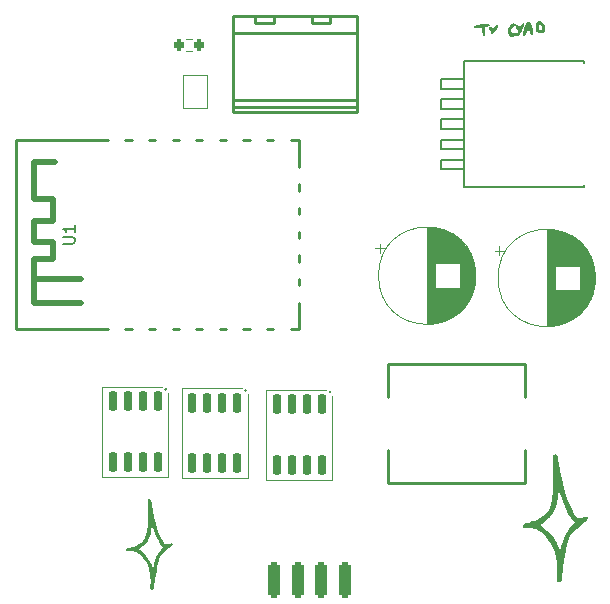
<source format=gbr>
%TF.GenerationSoftware,KiCad,Pcbnew,8.0.5*%
%TF.CreationDate,2025-06-15T17:11:27+02:00*%
%TF.ProjectId,leds,6c656473-2e6b-4696-9361-645f70636258,rev?*%
%TF.SameCoordinates,Original*%
%TF.FileFunction,Legend,Top*%
%TF.FilePolarity,Positive*%
%FSLAX46Y46*%
G04 Gerber Fmt 4.6, Leading zero omitted, Abs format (unit mm)*
G04 Created by KiCad (PCBNEW 8.0.5) date 2025-06-15 17:11:27*
%MOMM*%
%LPD*%
G01*
G04 APERTURE LIST*
G04 Aperture macros list*
%AMRoundRect*
0 Rectangle with rounded corners*
0 $1 Rounding radius*
0 $2 $3 $4 $5 $6 $7 $8 $9 X,Y pos of 4 corners*
0 Add a 4 corners polygon primitive as box body*
4,1,4,$2,$3,$4,$5,$6,$7,$8,$9,$2,$3,0*
0 Add four circle primitives for the rounded corners*
1,1,$1+$1,$2,$3*
1,1,$1+$1,$4,$5*
1,1,$1+$1,$6,$7*
1,1,$1+$1,$8,$9*
0 Add four rect primitives between the rounded corners*
20,1,$1+$1,$2,$3,$4,$5,0*
20,1,$1+$1,$4,$5,$6,$7,0*
20,1,$1+$1,$6,$7,$8,$9,0*
20,1,$1+$1,$8,$9,$2,$3,0*%
G04 Aperture macros list end*
%ADD10C,0.150000*%
%ADD11C,0.000000*%
%ADD12C,0.200000*%
%ADD13C,0.120000*%
%ADD14C,0.250000*%
%ADD15C,0.500000*%
%ADD16R,4.000000X1.020000*%
%ADD17R,8.400000X10.000000*%
%ADD18RoundRect,0.150000X-0.150000X0.725000X-0.150000X-0.725000X0.150000X-0.725000X0.150000X0.725000X0*%
%ADD19RoundRect,0.200000X0.200000X0.275000X-0.200000X0.275000X-0.200000X-0.275000X0.200000X-0.275000X0*%
%ADD20R,1.000000X1.500000*%
%ADD21R,1.500000X1.000000*%
%ADD22R,3.500000X4.000000*%
%ADD23R,1.600000X1.600000*%
%ADD24C,1.600000*%
%ADD25RoundRect,0.250000X-0.250000X1.250000X-0.250000X-1.250000X0.250000X-1.250000X0.250000X1.250000X0*%
%ADD26C,2.000000*%
G04 APERTURE END LIST*
D10*
X22604819Y-36181904D02*
X23414342Y-36181904D01*
X23414342Y-36181904D02*
X23509580Y-36134285D01*
X23509580Y-36134285D02*
X23557200Y-36086666D01*
X23557200Y-36086666D02*
X23604819Y-35991428D01*
X23604819Y-35991428D02*
X23604819Y-35800952D01*
X23604819Y-35800952D02*
X23557200Y-35705714D01*
X23557200Y-35705714D02*
X23509580Y-35658095D01*
X23509580Y-35658095D02*
X23414342Y-35610476D01*
X23414342Y-35610476D02*
X22604819Y-35610476D01*
X23604819Y-34610476D02*
X23604819Y-35181904D01*
X23604819Y-34896190D02*
X22604819Y-34896190D01*
X22604819Y-34896190D02*
X22747676Y-34991428D01*
X22747676Y-34991428D02*
X22842914Y-35086666D01*
X22842914Y-35086666D02*
X22890533Y-35181904D01*
D11*
%TO.C,G\u002A\u002A\u002A*%
G36*
X59425291Y-17632438D02*
G01*
X59444926Y-17718736D01*
X59421793Y-17824309D01*
X59348050Y-17970037D01*
X59241888Y-18131351D01*
X59121498Y-18283683D01*
X59005071Y-18402463D01*
X58910799Y-18463125D01*
X58891364Y-18466352D01*
X58823477Y-18448438D01*
X58812756Y-18376083D01*
X58820676Y-18328580D01*
X58814996Y-18177624D01*
X58776840Y-18093561D01*
X58714211Y-17960186D01*
X58720567Y-17845293D01*
X58787121Y-17780628D01*
X58882483Y-17794056D01*
X58953168Y-17861339D01*
X59037656Y-17973348D01*
X59175047Y-17765736D01*
X59284531Y-17629307D01*
X59369298Y-17584639D01*
X59425291Y-17632438D01*
G37*
G36*
X58623168Y-17571610D02*
G01*
X58680980Y-17589061D01*
X58704072Y-17612264D01*
X58729811Y-17716987D01*
X58667520Y-17788118D01*
X58526694Y-17815054D01*
X58522478Y-17815069D01*
X58350114Y-17815069D01*
X58365018Y-18176600D01*
X58369665Y-18367151D01*
X58361303Y-18479565D01*
X58335767Y-18535514D01*
X58292097Y-18556043D01*
X58206201Y-18540016D01*
X58179851Y-18507628D01*
X58159528Y-18423165D01*
X58133530Y-18277382D01*
X58116638Y-18165760D01*
X58077849Y-17890217D01*
X57772448Y-17906950D01*
X57591681Y-17910775D01*
X57488438Y-17894898D01*
X57441321Y-17855548D01*
X57438000Y-17847989D01*
X57430742Y-17781702D01*
X57474157Y-17729519D01*
X57579955Y-17687152D01*
X57759848Y-17650313D01*
X58025545Y-17614715D01*
X58097408Y-17606543D01*
X58348727Y-17580515D01*
X58518199Y-17568816D01*
X58623168Y-17571610D01*
G37*
G36*
X63000708Y-17337080D02*
G01*
X63185520Y-17439817D01*
X63192317Y-17444959D01*
X63332141Y-17596966D01*
X63415439Y-17780919D01*
X63440207Y-17971813D01*
X63404441Y-18144642D01*
X63306139Y-18274399D01*
X63261044Y-18302792D01*
X63067854Y-18360974D01*
X62892359Y-18323109D01*
X62779704Y-18245964D01*
X62700025Y-18165626D01*
X62657952Y-18077402D01*
X62641916Y-17946392D01*
X62640223Y-17840119D01*
X62913847Y-17840119D01*
X62919038Y-17979235D01*
X62944554Y-18045148D01*
X63005311Y-18064702D01*
X63039093Y-18065563D01*
X63132318Y-18046613D01*
X63163089Y-17969762D01*
X63164340Y-17931736D01*
X63136235Y-17807603D01*
X63068520Y-17691510D01*
X62986094Y-17621383D01*
X62956181Y-17614675D01*
X62930930Y-17659467D01*
X62915786Y-17772792D01*
X62913847Y-17840119D01*
X62640223Y-17840119D01*
X62639974Y-17824462D01*
X62664692Y-17573836D01*
X62735950Y-17407074D01*
X62849403Y-17327160D01*
X63000708Y-17337080D01*
G37*
G36*
X62145384Y-17443568D02*
G01*
X62255915Y-17578673D01*
X62350893Y-17787127D01*
X62410346Y-18003614D01*
X62450313Y-18237176D01*
X62451072Y-18388914D01*
X62410998Y-18469888D01*
X62338631Y-18491401D01*
X62253900Y-18452378D01*
X62192343Y-18327046D01*
X62189022Y-18316056D01*
X62143541Y-18199244D01*
X62082243Y-18155734D01*
X61999547Y-18156563D01*
X61895492Y-18189424D01*
X61862294Y-18271117D01*
X61861776Y-18290237D01*
X61848998Y-18419383D01*
X61831366Y-18487303D01*
X61765457Y-18550910D01*
X61669176Y-18562594D01*
X61592690Y-18519468D01*
X61583208Y-18501583D01*
X61579153Y-18410045D01*
X61600026Y-18252695D01*
X61639115Y-18058792D01*
X61689705Y-17857593D01*
X61719881Y-17759927D01*
X61964019Y-17759927D01*
X61978033Y-17834442D01*
X62032431Y-17865168D01*
X62081685Y-17828328D01*
X62076833Y-17765534D01*
X62038466Y-17697089D01*
X62006376Y-17693343D01*
X61964019Y-17759927D01*
X61719881Y-17759927D01*
X61745084Y-17678357D01*
X61798539Y-17550343D01*
X61803480Y-17541554D01*
X61910865Y-17418689D01*
X62027600Y-17388134D01*
X62145384Y-17443568D01*
G37*
G36*
X61612963Y-17498738D02*
G01*
X61640080Y-17521804D01*
X61671900Y-17572358D01*
X61671534Y-17646672D01*
X61635232Y-17768712D01*
X61578528Y-17914995D01*
X61446800Y-18211221D01*
X61323320Y-18430677D01*
X61212174Y-18568418D01*
X61117448Y-18619500D01*
X61043230Y-18578976D01*
X61037257Y-18569960D01*
X60976492Y-18556828D01*
X60871479Y-18594701D01*
X60704355Y-18657511D01*
X60565407Y-18645399D01*
X60496587Y-18612634D01*
X60381470Y-18497692D01*
X60300144Y-18329686D01*
X60272541Y-18154786D01*
X60278015Y-18106357D01*
X60323494Y-17980621D01*
X60407122Y-17821727D01*
X60462546Y-17734789D01*
X60559522Y-17603714D01*
X60636586Y-17538891D01*
X60725388Y-17520659D01*
X60801491Y-17524235D01*
X60927616Y-17546841D01*
X60979279Y-17596570D01*
X60985050Y-17639724D01*
X60944062Y-17729427D01*
X60873354Y-17755796D01*
X60751089Y-17816978D01*
X60644288Y-17941837D01*
X60577556Y-18094269D01*
X60568398Y-18203230D01*
X60592265Y-18296830D01*
X60656017Y-18334824D01*
X60759606Y-18341105D01*
X60893159Y-18350456D01*
X60983692Y-18373241D01*
X60988382Y-18375954D01*
X61047059Y-18361998D01*
X61118813Y-18280047D01*
X61125881Y-18268488D01*
X61177739Y-18168433D01*
X61173735Y-18119405D01*
X61134322Y-18097151D01*
X61051479Y-18023745D01*
X60998494Y-17905059D01*
X60990777Y-17786748D01*
X61012685Y-17736806D01*
X61097725Y-17693026D01*
X61184743Y-17732692D01*
X61238942Y-17825779D01*
X61264093Y-17876437D01*
X61296041Y-17856652D01*
X61347926Y-17755795D01*
X61360879Y-17727134D01*
X61451231Y-17558980D01*
X61532903Y-17484580D01*
X61612963Y-17498738D01*
G37*
G36*
X29988430Y-57797698D02*
G01*
X30043098Y-57840159D01*
X30082800Y-57945615D01*
X30116788Y-58135137D01*
X30141760Y-58326075D01*
X30215351Y-58791486D01*
X30322557Y-59289339D01*
X30455533Y-59794330D01*
X30606439Y-60281157D01*
X30767431Y-60724516D01*
X30930666Y-61099102D01*
X31088078Y-61379280D01*
X31199201Y-61531863D01*
X31285083Y-61602848D01*
X31381448Y-61614106D01*
X31452789Y-61602578D01*
X31675985Y-61563002D01*
X31808242Y-61556607D01*
X31874610Y-61585447D01*
X31897903Y-61639065D01*
X31857464Y-61737808D01*
X31704651Y-61878721D01*
X31562567Y-61981099D01*
X31209580Y-62254821D01*
X30954023Y-62536679D01*
X30774295Y-62850752D01*
X30766652Y-62868338D01*
X30722295Y-63008729D01*
X30665841Y-63240902D01*
X30602298Y-63537768D01*
X30536676Y-63872237D01*
X30473985Y-64217222D01*
X30419235Y-64545633D01*
X30377435Y-64830383D01*
X30353595Y-65044382D01*
X30349953Y-65121519D01*
X30336621Y-65280353D01*
X30313599Y-65376720D01*
X30235633Y-65453556D01*
X30124032Y-65466576D01*
X30038672Y-65411550D01*
X30031635Y-65396643D01*
X30021921Y-65304229D01*
X30021464Y-65126581D01*
X30030149Y-64898194D01*
X30033484Y-64841205D01*
X30021271Y-64235261D01*
X29908094Y-63678332D01*
X29696826Y-63179546D01*
X29390339Y-62748032D01*
X29366715Y-62722014D01*
X29062563Y-62445704D01*
X28756355Y-62280914D01*
X28432037Y-62219888D01*
X28328938Y-62220649D01*
X28139043Y-62217336D01*
X28009766Y-62191278D01*
X27978496Y-62169614D01*
X27975608Y-62071730D01*
X27992667Y-62052601D01*
X29072134Y-62052601D01*
X29147040Y-62121719D01*
X29286068Y-62220100D01*
X29463788Y-62374717D01*
X29661144Y-62596319D01*
X29853220Y-62850956D01*
X30015102Y-63104675D01*
X30121875Y-63323524D01*
X30141756Y-63386162D01*
X30191477Y-63519300D01*
X30240516Y-63534752D01*
X30283827Y-63434850D01*
X30306381Y-63310162D01*
X30375884Y-63035819D01*
X30504787Y-62721602D01*
X30669727Y-62414661D01*
X30847344Y-62162146D01*
X30908441Y-62095089D01*
X31121932Y-61881598D01*
X30971261Y-61740125D01*
X30855915Y-61594089D01*
X30719250Y-61363108D01*
X30575980Y-61076796D01*
X30440819Y-60764769D01*
X30328479Y-60456643D01*
X30319239Y-60427730D01*
X30240844Y-60196514D01*
X30184087Y-60080216D01*
X30143137Y-60076842D01*
X30112166Y-60184399D01*
X30090594Y-60349543D01*
X30028489Y-60760900D01*
X29932842Y-61083792D01*
X29791246Y-61347974D01*
X29591292Y-61583201D01*
X29565767Y-61608045D01*
X29393768Y-61765392D01*
X29238565Y-61894545D01*
X29138084Y-61964832D01*
X29073437Y-62007703D01*
X29072134Y-62052601D01*
X27992667Y-62052601D01*
X28056361Y-61981180D01*
X28187123Y-61931186D01*
X28222177Y-61928912D01*
X28347560Y-61903986D01*
X28401040Y-61864771D01*
X28483444Y-61823627D01*
X28517159Y-61829977D01*
X28633963Y-61823227D01*
X28810951Y-61755830D01*
X29016744Y-61644852D01*
X29219963Y-61507357D01*
X29389230Y-61360410D01*
X29398601Y-61350629D01*
X29558656Y-61130046D01*
X29678906Y-60843189D01*
X29761832Y-60478219D01*
X29809916Y-60023295D01*
X29825640Y-59466576D01*
X29824878Y-59316855D01*
X29820230Y-58977380D01*
X29813829Y-58649773D01*
X29806469Y-58368355D01*
X29798942Y-58167445D01*
X29797824Y-58145933D01*
X29791939Y-57955190D01*
X29807926Y-57853220D01*
X29855625Y-57809304D01*
X29909547Y-57797161D01*
X29988430Y-57797698D01*
G37*
G36*
X64372861Y-54013820D02*
G01*
X64449943Y-54073690D01*
X64505923Y-54222384D01*
X64553845Y-54489609D01*
X64589057Y-54758832D01*
X64692820Y-55415061D01*
X64843979Y-56117033D01*
X65031477Y-56829071D01*
X65244254Y-57515497D01*
X65471252Y-58140633D01*
X65701414Y-58668800D01*
X65923364Y-59063851D01*
X66080048Y-59278993D01*
X66201142Y-59379081D01*
X66337016Y-59394956D01*
X66437607Y-59378701D01*
X66752314Y-59322898D01*
X66938796Y-59313882D01*
X67032375Y-59354547D01*
X67065218Y-59430147D01*
X67008198Y-59569375D01*
X66792733Y-59768062D01*
X66592394Y-59912416D01*
X66094682Y-60298363D01*
X65734347Y-60695782D01*
X65480930Y-61138626D01*
X65470154Y-61163422D01*
X65407611Y-61361374D01*
X65328010Y-61688738D01*
X65238414Y-62107319D01*
X65145887Y-62578920D01*
X65057493Y-63065349D01*
X64980295Y-63528409D01*
X64921358Y-63929905D01*
X64887744Y-64231644D01*
X64882608Y-64340407D01*
X64863810Y-64564363D01*
X64831349Y-64700240D01*
X64721418Y-64808579D01*
X64564059Y-64826938D01*
X64443702Y-64749352D01*
X64433780Y-64728332D01*
X64420083Y-64598028D01*
X64419439Y-64347545D01*
X64431685Y-64025519D01*
X64436388Y-63945165D01*
X64419167Y-63090784D01*
X64259587Y-62305514D01*
X63961699Y-61602225D01*
X63529552Y-60993791D01*
X63496243Y-60957106D01*
X63067389Y-60567508D01*
X62635636Y-60335154D01*
X62178347Y-60249108D01*
X62032977Y-60250181D01*
X61765225Y-60245510D01*
X61582944Y-60208767D01*
X61538854Y-60178222D01*
X61534783Y-60040205D01*
X61558836Y-60013234D01*
X63080884Y-60013234D01*
X63186501Y-60110690D01*
X63382531Y-60249407D01*
X63633116Y-60467416D01*
X63911387Y-60779875D01*
X64182215Y-61138913D01*
X64410468Y-61496657D01*
X64561018Y-61805235D01*
X64589051Y-61893555D01*
X64659157Y-62081278D01*
X64728303Y-62103066D01*
X64789370Y-61962204D01*
X64821172Y-61786393D01*
X64919171Y-61399570D01*
X65100924Y-60956524D01*
X65333490Y-60523738D01*
X65583929Y-60167692D01*
X65670077Y-60073141D01*
X65971098Y-59772119D01*
X65758652Y-59572642D01*
X65596015Y-59366732D01*
X65403317Y-59041048D01*
X65201307Y-58637348D01*
X65010729Y-58197390D01*
X64852330Y-57762932D01*
X64839301Y-57722165D01*
X64728765Y-57396151D01*
X64648737Y-57232170D01*
X64590998Y-57227413D01*
X64547328Y-57379068D01*
X64516912Y-57611921D01*
X64429344Y-58191934D01*
X64294482Y-58647212D01*
X64094832Y-59019708D01*
X63812897Y-59351379D01*
X63776906Y-59386409D01*
X63534387Y-59608269D01*
X63315551Y-59790374D01*
X63173873Y-59889479D01*
X63082721Y-59949926D01*
X63080884Y-60013234D01*
X61558836Y-60013234D01*
X61648644Y-59912530D01*
X61833018Y-59842037D01*
X61882444Y-59838832D01*
X62059235Y-59803686D01*
X62134641Y-59748393D01*
X62250831Y-59690380D01*
X62298369Y-59699334D01*
X62463062Y-59689816D01*
X62712615Y-59594786D01*
X63002783Y-59438307D01*
X63289323Y-59244439D01*
X63527989Y-59037243D01*
X63541202Y-59023452D01*
X63766880Y-58712430D01*
X63936431Y-58307963D01*
X64053357Y-57793354D01*
X64121156Y-57151911D01*
X64143327Y-56366938D01*
X64142253Y-56155832D01*
X64135699Y-55677172D01*
X64126674Y-55215246D01*
X64116296Y-54818446D01*
X64105683Y-54535163D01*
X64104106Y-54504832D01*
X64095808Y-54235884D01*
X64118350Y-54092105D01*
X64185606Y-54030184D01*
X64261635Y-54013063D01*
X64372861Y-54013820D01*
G37*
D12*
%TO.C,U3*%
X54650000Y-22260000D02*
X56600000Y-22260000D01*
X54650000Y-23060000D02*
X54650000Y-22260000D01*
X54650000Y-23960000D02*
X56600000Y-23960000D01*
X54650000Y-24760000D02*
X54650000Y-23960000D01*
X54650000Y-25660000D02*
X56600000Y-25660000D01*
X54650000Y-26460000D02*
X54650000Y-25660000D01*
X54650000Y-27360000D02*
X56600000Y-27360000D01*
X54650000Y-28160000D02*
X54650000Y-27360000D01*
X54650000Y-29060000D02*
X56600000Y-29060000D01*
X54650000Y-29860000D02*
X54650000Y-29060000D01*
X56600000Y-20720000D02*
X66760000Y-20720000D01*
X56600000Y-22260000D02*
X56600000Y-22230000D01*
X56600000Y-23060000D02*
X54650000Y-23060000D01*
X56600000Y-23960000D02*
X56600000Y-23930000D01*
X56600000Y-24760000D02*
X54650000Y-24760000D01*
X56600000Y-25660000D02*
X56600000Y-25630000D01*
X56600000Y-26460000D02*
X54650000Y-26460000D01*
X56600000Y-27360000D02*
X56600000Y-27330000D01*
X56600000Y-28160000D02*
X54650000Y-28160000D01*
X56600000Y-29060000D02*
X56600000Y-29030000D01*
X56600000Y-29860000D02*
X54650000Y-29860000D01*
X56600000Y-31380000D02*
X56600000Y-20720000D01*
X66760000Y-20720000D02*
X66760000Y-20850000D01*
X66760000Y-31250000D02*
X66760000Y-31380000D01*
X66760000Y-31380000D02*
X56600000Y-31380000D01*
D13*
%TO.C,Q3*%
X25920000Y-48290000D02*
X25920000Y-55890000D01*
X25920000Y-55890000D02*
X31520000Y-55890000D01*
X31020000Y-48290000D02*
X25920000Y-48290000D01*
X31520000Y-55890000D02*
X31520000Y-48790000D01*
D12*
X31383500Y-48490000D02*
G75*
G02*
X31256500Y-48490000I-63500J0D01*
G01*
X31256500Y-48490000D02*
G75*
G02*
X31383500Y-48490000I63500J0D01*
G01*
D13*
%TO.C,R1*%
X33532258Y-18847500D02*
X33057742Y-18847500D01*
X33532258Y-19892500D02*
X33057742Y-19892500D01*
D14*
%TO.C,U1*%
X18640000Y-27420000D02*
X26420000Y-27420000D01*
X18640000Y-43420000D02*
X18640000Y-27420000D01*
X18640000Y-43420000D02*
X26420000Y-43420000D01*
D15*
X20150000Y-37450000D02*
X21740000Y-37450000D01*
X20150000Y-39150000D02*
X20150000Y-37450000D01*
X20150000Y-39150000D02*
X24100000Y-39150000D01*
X20150000Y-41160000D02*
X20150000Y-39150000D01*
X20190000Y-29290000D02*
X21910000Y-29290000D01*
X20190000Y-32400000D02*
X20190000Y-29290000D01*
X20190000Y-34230000D02*
X21810000Y-34230000D01*
X20190000Y-36030000D02*
X20190000Y-34230000D01*
X21740000Y-36030000D02*
X20190000Y-36030000D01*
X21740000Y-37450000D02*
X21740000Y-36030000D01*
X21810000Y-32400000D02*
X20190000Y-32400000D01*
X21810000Y-34230000D02*
X21810000Y-32400000D01*
X24120000Y-41160000D02*
X20150000Y-41160000D01*
D14*
X27890000Y-27420000D02*
X28420000Y-27420000D01*
X27890000Y-43420000D02*
X28420000Y-43420000D01*
X29890000Y-27420000D02*
X30420000Y-27420000D01*
X29890000Y-43420000D02*
X30420000Y-43420000D01*
X31890000Y-27420000D02*
X32420000Y-27420000D01*
X31890000Y-43420000D02*
X32420000Y-43420000D01*
X33890000Y-27420000D02*
X34420000Y-27420000D01*
X33890000Y-43420000D02*
X34420000Y-43420000D01*
X35890000Y-27420000D02*
X36420000Y-27420000D01*
X35890000Y-43420000D02*
X36420000Y-43420000D01*
X37890000Y-27420000D02*
X38420000Y-27420000D01*
X37890000Y-43420000D02*
X38420000Y-43420000D01*
X39890000Y-27420000D02*
X40420000Y-27420000D01*
X39890000Y-43420000D02*
X40420000Y-43420000D01*
X41890000Y-27420000D02*
X42640000Y-27420000D01*
X41890000Y-43420000D02*
X42640000Y-43420000D01*
X42640000Y-29690000D02*
X42640000Y-27420000D01*
X42640000Y-31690000D02*
X42640000Y-31160000D01*
X42640000Y-33690000D02*
X42640000Y-33160000D01*
X42640000Y-35690000D02*
X42640000Y-35160000D01*
X42640000Y-37690000D02*
X42640000Y-37160000D01*
X42640000Y-39690000D02*
X42640000Y-39160000D01*
X42640000Y-43420000D02*
X42640000Y-41160000D01*
%TO.C,L1*%
X50170000Y-46340000D02*
X61770000Y-46340000D01*
X50170000Y-49160000D02*
X50170000Y-46340000D01*
X50170000Y-56440000D02*
X50170000Y-53620000D01*
X61770000Y-46340000D02*
X61770000Y-49160000D01*
X61770000Y-53620000D02*
X61770000Y-56440000D01*
X61770000Y-56440000D02*
X50170000Y-56440000D01*
D13*
%TO.C,C2*%
X59160302Y-36765000D02*
X59960302Y-36765000D01*
X59560302Y-36365000D02*
X59560302Y-37165000D01*
X63570000Y-35000000D02*
X63570000Y-43160000D01*
X63610000Y-35000000D02*
X63610000Y-43160000D01*
X63650000Y-35000000D02*
X63650000Y-43160000D01*
X63690000Y-35001000D02*
X63690000Y-43159000D01*
X63730000Y-35003000D02*
X63730000Y-43157000D01*
X63770000Y-35004000D02*
X63770000Y-43156000D01*
X63810000Y-35006000D02*
X63810000Y-43154000D01*
X63850000Y-35009000D02*
X63850000Y-43151000D01*
X63890000Y-35012000D02*
X63890000Y-43148000D01*
X63930000Y-35015000D02*
X63930000Y-43145000D01*
X63970000Y-35019000D02*
X63970000Y-43141000D01*
X64010000Y-35023000D02*
X64010000Y-43137000D01*
X64050000Y-35028000D02*
X64050000Y-43132000D01*
X64090000Y-35032000D02*
X64090000Y-43128000D01*
X64130000Y-35038000D02*
X64130000Y-43122000D01*
X64170000Y-35043000D02*
X64170000Y-43117000D01*
X64210000Y-35050000D02*
X64210000Y-43110000D01*
X64250000Y-35056000D02*
X64250000Y-43104000D01*
X64291000Y-35063000D02*
X64291000Y-38040000D01*
X64291000Y-40120000D02*
X64291000Y-43097000D01*
X64331000Y-35070000D02*
X64331000Y-38040000D01*
X64331000Y-40120000D02*
X64331000Y-43090000D01*
X64371000Y-35078000D02*
X64371000Y-38040000D01*
X64371000Y-40120000D02*
X64371000Y-43082000D01*
X64411000Y-35086000D02*
X64411000Y-38040000D01*
X64411000Y-40120000D02*
X64411000Y-43074000D01*
X64451000Y-35095000D02*
X64451000Y-38040000D01*
X64451000Y-40120000D02*
X64451000Y-43065000D01*
X64491000Y-35104000D02*
X64491000Y-38040000D01*
X64491000Y-40120000D02*
X64491000Y-43056000D01*
X64531000Y-35113000D02*
X64531000Y-38040000D01*
X64531000Y-40120000D02*
X64531000Y-43047000D01*
X64571000Y-35123000D02*
X64571000Y-38040000D01*
X64571000Y-40120000D02*
X64571000Y-43037000D01*
X64611000Y-35133000D02*
X64611000Y-38040000D01*
X64611000Y-40120000D02*
X64611000Y-43027000D01*
X64651000Y-35144000D02*
X64651000Y-38040000D01*
X64651000Y-40120000D02*
X64651000Y-43016000D01*
X64691000Y-35155000D02*
X64691000Y-38040000D01*
X64691000Y-40120000D02*
X64691000Y-43005000D01*
X64731000Y-35166000D02*
X64731000Y-38040000D01*
X64731000Y-40120000D02*
X64731000Y-42994000D01*
X64771000Y-35178000D02*
X64771000Y-38040000D01*
X64771000Y-40120000D02*
X64771000Y-42982000D01*
X64811000Y-35191000D02*
X64811000Y-38040000D01*
X64811000Y-40120000D02*
X64811000Y-42969000D01*
X64851000Y-35203000D02*
X64851000Y-38040000D01*
X64851000Y-40120000D02*
X64851000Y-42957000D01*
X64891000Y-35217000D02*
X64891000Y-38040000D01*
X64891000Y-40120000D02*
X64891000Y-42943000D01*
X64931000Y-35230000D02*
X64931000Y-38040000D01*
X64931000Y-40120000D02*
X64931000Y-42930000D01*
X64971000Y-35245000D02*
X64971000Y-38040000D01*
X64971000Y-40120000D02*
X64971000Y-42915000D01*
X65011000Y-35259000D02*
X65011000Y-38040000D01*
X65011000Y-40120000D02*
X65011000Y-42901000D01*
X65051000Y-35275000D02*
X65051000Y-38040000D01*
X65051000Y-40120000D02*
X65051000Y-42885000D01*
X65091000Y-35290000D02*
X65091000Y-38040000D01*
X65091000Y-40120000D02*
X65091000Y-42870000D01*
X65131000Y-35306000D02*
X65131000Y-38040000D01*
X65131000Y-40120000D02*
X65131000Y-42854000D01*
X65171000Y-35323000D02*
X65171000Y-38040000D01*
X65171000Y-40120000D02*
X65171000Y-42837000D01*
X65211000Y-35340000D02*
X65211000Y-38040000D01*
X65211000Y-40120000D02*
X65211000Y-42820000D01*
X65251000Y-35358000D02*
X65251000Y-38040000D01*
X65251000Y-40120000D02*
X65251000Y-42802000D01*
X65291000Y-35376000D02*
X65291000Y-38040000D01*
X65291000Y-40120000D02*
X65291000Y-42784000D01*
X65331000Y-35394000D02*
X65331000Y-38040000D01*
X65331000Y-40120000D02*
X65331000Y-42766000D01*
X65371000Y-35414000D02*
X65371000Y-38040000D01*
X65371000Y-40120000D02*
X65371000Y-42746000D01*
X65411000Y-35433000D02*
X65411000Y-38040000D01*
X65411000Y-40120000D02*
X65411000Y-42727000D01*
X65451000Y-35453000D02*
X65451000Y-38040000D01*
X65451000Y-40120000D02*
X65451000Y-42707000D01*
X65491000Y-35474000D02*
X65491000Y-38040000D01*
X65491000Y-40120000D02*
X65491000Y-42686000D01*
X65531000Y-35496000D02*
X65531000Y-38040000D01*
X65531000Y-40120000D02*
X65531000Y-42664000D01*
X65571000Y-35518000D02*
X65571000Y-38040000D01*
X65571000Y-40120000D02*
X65571000Y-42642000D01*
X65611000Y-35540000D02*
X65611000Y-38040000D01*
X65611000Y-40120000D02*
X65611000Y-42620000D01*
X65651000Y-35563000D02*
X65651000Y-38040000D01*
X65651000Y-40120000D02*
X65651000Y-42597000D01*
X65691000Y-35587000D02*
X65691000Y-38040000D01*
X65691000Y-40120000D02*
X65691000Y-42573000D01*
X65731000Y-35611000D02*
X65731000Y-38040000D01*
X65731000Y-40120000D02*
X65731000Y-42549000D01*
X65771000Y-35636000D02*
X65771000Y-38040000D01*
X65771000Y-40120000D02*
X65771000Y-42524000D01*
X65811000Y-35662000D02*
X65811000Y-38040000D01*
X65811000Y-40120000D02*
X65811000Y-42498000D01*
X65851000Y-35688000D02*
X65851000Y-38040000D01*
X65851000Y-40120000D02*
X65851000Y-42472000D01*
X65891000Y-35715000D02*
X65891000Y-38040000D01*
X65891000Y-40120000D02*
X65891000Y-42445000D01*
X65931000Y-35742000D02*
X65931000Y-38040000D01*
X65931000Y-40120000D02*
X65931000Y-42418000D01*
X65971000Y-35771000D02*
X65971000Y-38040000D01*
X65971000Y-40120000D02*
X65971000Y-42389000D01*
X66011000Y-35800000D02*
X66011000Y-38040000D01*
X66011000Y-40120000D02*
X66011000Y-42360000D01*
X66051000Y-35830000D02*
X66051000Y-38040000D01*
X66051000Y-40120000D02*
X66051000Y-42330000D01*
X66091000Y-35860000D02*
X66091000Y-38040000D01*
X66091000Y-40120000D02*
X66091000Y-42300000D01*
X66131000Y-35891000D02*
X66131000Y-38040000D01*
X66131000Y-40120000D02*
X66131000Y-42269000D01*
X66171000Y-35924000D02*
X66171000Y-38040000D01*
X66171000Y-40120000D02*
X66171000Y-42236000D01*
X66211000Y-35956000D02*
X66211000Y-38040000D01*
X66211000Y-40120000D02*
X66211000Y-42204000D01*
X66251000Y-35990000D02*
X66251000Y-38040000D01*
X66251000Y-40120000D02*
X66251000Y-42170000D01*
X66291000Y-36025000D02*
X66291000Y-38040000D01*
X66291000Y-40120000D02*
X66291000Y-42135000D01*
X66331000Y-36061000D02*
X66331000Y-38040000D01*
X66331000Y-40120000D02*
X66331000Y-42099000D01*
X66371000Y-36097000D02*
X66371000Y-42063000D01*
X66411000Y-36135000D02*
X66411000Y-42025000D01*
X66451000Y-36173000D02*
X66451000Y-41987000D01*
X66491000Y-36213000D02*
X66491000Y-41947000D01*
X66531000Y-36254000D02*
X66531000Y-41906000D01*
X66571000Y-36296000D02*
X66571000Y-41864000D01*
X66611000Y-36339000D02*
X66611000Y-41821000D01*
X66651000Y-36383000D02*
X66651000Y-41777000D01*
X66691000Y-36429000D02*
X66691000Y-41731000D01*
X66731000Y-36476000D02*
X66731000Y-41684000D01*
X66771000Y-36524000D02*
X66771000Y-41636000D01*
X66811000Y-36575000D02*
X66811000Y-41585000D01*
X66851000Y-36626000D02*
X66851000Y-41534000D01*
X66891000Y-36680000D02*
X66891000Y-41480000D01*
X66931000Y-36735000D02*
X66931000Y-41425000D01*
X66971000Y-36793000D02*
X66971000Y-41367000D01*
X67011000Y-36852000D02*
X67011000Y-41308000D01*
X67051000Y-36914000D02*
X67051000Y-41246000D01*
X67091000Y-36978000D02*
X67091000Y-41182000D01*
X67131000Y-37046000D02*
X67131000Y-41114000D01*
X67171000Y-37116000D02*
X67171000Y-41044000D01*
X67211000Y-37190000D02*
X67211000Y-40970000D01*
X67251000Y-37267000D02*
X67251000Y-40893000D01*
X67291000Y-37349000D02*
X67291000Y-40811000D01*
X67331000Y-37435000D02*
X67331000Y-40725000D01*
X67371000Y-37528000D02*
X67371000Y-40632000D01*
X67411000Y-37627000D02*
X67411000Y-40533000D01*
X67451000Y-37734000D02*
X67451000Y-40426000D01*
X67491000Y-37851000D02*
X67491000Y-40309000D01*
X67531000Y-37982000D02*
X67531000Y-40178000D01*
X67571000Y-38132000D02*
X67571000Y-40028000D01*
X67611000Y-38312000D02*
X67611000Y-39848000D01*
X67651000Y-38547000D02*
X67651000Y-39613000D01*
X67690000Y-39080000D02*
G75*
G02*
X59450000Y-39080000I-4120000J0D01*
G01*
X59450000Y-39080000D02*
G75*
G02*
X67690000Y-39080000I4120000J0D01*
G01*
%TO.C,Q1*%
X39820000Y-48550000D02*
X39820000Y-56150000D01*
X39820000Y-56150000D02*
X45420000Y-56150000D01*
X44920000Y-48550000D02*
X39820000Y-48550000D01*
X45420000Y-56150000D02*
X45420000Y-49050000D01*
D12*
X45283500Y-48750000D02*
G75*
G02*
X45156500Y-48750000I-63500J0D01*
G01*
X45156500Y-48750000D02*
G75*
G02*
X45283500Y-48750000I63500J0D01*
G01*
D13*
%TO.C,JP1*%
X32770000Y-21900000D02*
X34770000Y-21900000D01*
X32770000Y-24700000D02*
X32770000Y-21900000D01*
X34770000Y-21900000D02*
X34770000Y-24700000D01*
X34770000Y-24700000D02*
X32770000Y-24700000D01*
%TO.C,C1*%
X49037651Y-36575000D02*
X49837651Y-36575000D01*
X49437651Y-36175000D02*
X49437651Y-36975000D01*
X53447349Y-34810000D02*
X53447349Y-42970000D01*
X53487349Y-34810000D02*
X53487349Y-42970000D01*
X53527349Y-34810000D02*
X53527349Y-42970000D01*
X53567349Y-34811000D02*
X53567349Y-42969000D01*
X53607349Y-34813000D02*
X53607349Y-42967000D01*
X53647349Y-34814000D02*
X53647349Y-42966000D01*
X53687349Y-34816000D02*
X53687349Y-42964000D01*
X53727349Y-34819000D02*
X53727349Y-42961000D01*
X53767349Y-34822000D02*
X53767349Y-42958000D01*
X53807349Y-34825000D02*
X53807349Y-42955000D01*
X53847349Y-34829000D02*
X53847349Y-42951000D01*
X53887349Y-34833000D02*
X53887349Y-42947000D01*
X53927349Y-34838000D02*
X53927349Y-42942000D01*
X53967349Y-34842000D02*
X53967349Y-42938000D01*
X54007349Y-34848000D02*
X54007349Y-42932000D01*
X54047349Y-34853000D02*
X54047349Y-42927000D01*
X54087349Y-34860000D02*
X54087349Y-42920000D01*
X54127349Y-34866000D02*
X54127349Y-42914000D01*
X54168349Y-34873000D02*
X54168349Y-37850000D01*
X54168349Y-39930000D02*
X54168349Y-42907000D01*
X54208349Y-34880000D02*
X54208349Y-37850000D01*
X54208349Y-39930000D02*
X54208349Y-42900000D01*
X54248349Y-34888000D02*
X54248349Y-37850000D01*
X54248349Y-39930000D02*
X54248349Y-42892000D01*
X54288349Y-34896000D02*
X54288349Y-37850000D01*
X54288349Y-39930000D02*
X54288349Y-42884000D01*
X54328349Y-34905000D02*
X54328349Y-37850000D01*
X54328349Y-39930000D02*
X54328349Y-42875000D01*
X54368349Y-34914000D02*
X54368349Y-37850000D01*
X54368349Y-39930000D02*
X54368349Y-42866000D01*
X54408349Y-34923000D02*
X54408349Y-37850000D01*
X54408349Y-39930000D02*
X54408349Y-42857000D01*
X54448349Y-34933000D02*
X54448349Y-37850000D01*
X54448349Y-39930000D02*
X54448349Y-42847000D01*
X54488349Y-34943000D02*
X54488349Y-37850000D01*
X54488349Y-39930000D02*
X54488349Y-42837000D01*
X54528349Y-34954000D02*
X54528349Y-37850000D01*
X54528349Y-39930000D02*
X54528349Y-42826000D01*
X54568349Y-34965000D02*
X54568349Y-37850000D01*
X54568349Y-39930000D02*
X54568349Y-42815000D01*
X54608349Y-34976000D02*
X54608349Y-37850000D01*
X54608349Y-39930000D02*
X54608349Y-42804000D01*
X54648349Y-34988000D02*
X54648349Y-37850000D01*
X54648349Y-39930000D02*
X54648349Y-42792000D01*
X54688349Y-35001000D02*
X54688349Y-37850000D01*
X54688349Y-39930000D02*
X54688349Y-42779000D01*
X54728349Y-35013000D02*
X54728349Y-37850000D01*
X54728349Y-39930000D02*
X54728349Y-42767000D01*
X54768349Y-35027000D02*
X54768349Y-37850000D01*
X54768349Y-39930000D02*
X54768349Y-42753000D01*
X54808349Y-35040000D02*
X54808349Y-37850000D01*
X54808349Y-39930000D02*
X54808349Y-42740000D01*
X54848349Y-35055000D02*
X54848349Y-37850000D01*
X54848349Y-39930000D02*
X54848349Y-42725000D01*
X54888349Y-35069000D02*
X54888349Y-37850000D01*
X54888349Y-39930000D02*
X54888349Y-42711000D01*
X54928349Y-35085000D02*
X54928349Y-37850000D01*
X54928349Y-39930000D02*
X54928349Y-42695000D01*
X54968349Y-35100000D02*
X54968349Y-37850000D01*
X54968349Y-39930000D02*
X54968349Y-42680000D01*
X55008349Y-35116000D02*
X55008349Y-37850000D01*
X55008349Y-39930000D02*
X55008349Y-42664000D01*
X55048349Y-35133000D02*
X55048349Y-37850000D01*
X55048349Y-39930000D02*
X55048349Y-42647000D01*
X55088349Y-35150000D02*
X55088349Y-37850000D01*
X55088349Y-39930000D02*
X55088349Y-42630000D01*
X55128349Y-35168000D02*
X55128349Y-37850000D01*
X55128349Y-39930000D02*
X55128349Y-42612000D01*
X55168349Y-35186000D02*
X55168349Y-37850000D01*
X55168349Y-39930000D02*
X55168349Y-42594000D01*
X55208349Y-35204000D02*
X55208349Y-37850000D01*
X55208349Y-39930000D02*
X55208349Y-42576000D01*
X55248349Y-35224000D02*
X55248349Y-37850000D01*
X55248349Y-39930000D02*
X55248349Y-42556000D01*
X55288349Y-35243000D02*
X55288349Y-37850000D01*
X55288349Y-39930000D02*
X55288349Y-42537000D01*
X55328349Y-35263000D02*
X55328349Y-37850000D01*
X55328349Y-39930000D02*
X55328349Y-42517000D01*
X55368349Y-35284000D02*
X55368349Y-37850000D01*
X55368349Y-39930000D02*
X55368349Y-42496000D01*
X55408349Y-35306000D02*
X55408349Y-37850000D01*
X55408349Y-39930000D02*
X55408349Y-42474000D01*
X55448349Y-35328000D02*
X55448349Y-37850000D01*
X55448349Y-39930000D02*
X55448349Y-42452000D01*
X55488349Y-35350000D02*
X55488349Y-37850000D01*
X55488349Y-39930000D02*
X55488349Y-42430000D01*
X55528349Y-35373000D02*
X55528349Y-37850000D01*
X55528349Y-39930000D02*
X55528349Y-42407000D01*
X55568349Y-35397000D02*
X55568349Y-37850000D01*
X55568349Y-39930000D02*
X55568349Y-42383000D01*
X55608349Y-35421000D02*
X55608349Y-37850000D01*
X55608349Y-39930000D02*
X55608349Y-42359000D01*
X55648349Y-35446000D02*
X55648349Y-37850000D01*
X55648349Y-39930000D02*
X55648349Y-42334000D01*
X55688349Y-35472000D02*
X55688349Y-37850000D01*
X55688349Y-39930000D02*
X55688349Y-42308000D01*
X55728349Y-35498000D02*
X55728349Y-37850000D01*
X55728349Y-39930000D02*
X55728349Y-42282000D01*
X55768349Y-35525000D02*
X55768349Y-37850000D01*
X55768349Y-39930000D02*
X55768349Y-42255000D01*
X55808349Y-35552000D02*
X55808349Y-37850000D01*
X55808349Y-39930000D02*
X55808349Y-42228000D01*
X55848349Y-35581000D02*
X55848349Y-37850000D01*
X55848349Y-39930000D02*
X55848349Y-42199000D01*
X55888349Y-35610000D02*
X55888349Y-37850000D01*
X55888349Y-39930000D02*
X55888349Y-42170000D01*
X55928349Y-35640000D02*
X55928349Y-37850000D01*
X55928349Y-39930000D02*
X55928349Y-42140000D01*
X55968349Y-35670000D02*
X55968349Y-37850000D01*
X55968349Y-39930000D02*
X55968349Y-42110000D01*
X56008349Y-35701000D02*
X56008349Y-37850000D01*
X56008349Y-39930000D02*
X56008349Y-42079000D01*
X56048349Y-35734000D02*
X56048349Y-37850000D01*
X56048349Y-39930000D02*
X56048349Y-42046000D01*
X56088349Y-35766000D02*
X56088349Y-37850000D01*
X56088349Y-39930000D02*
X56088349Y-42014000D01*
X56128349Y-35800000D02*
X56128349Y-37850000D01*
X56128349Y-39930000D02*
X56128349Y-41980000D01*
X56168349Y-35835000D02*
X56168349Y-37850000D01*
X56168349Y-39930000D02*
X56168349Y-41945000D01*
X56208349Y-35871000D02*
X56208349Y-37850000D01*
X56208349Y-39930000D02*
X56208349Y-41909000D01*
X56248349Y-35907000D02*
X56248349Y-41873000D01*
X56288349Y-35945000D02*
X56288349Y-41835000D01*
X56328349Y-35983000D02*
X56328349Y-41797000D01*
X56368349Y-36023000D02*
X56368349Y-41757000D01*
X56408349Y-36064000D02*
X56408349Y-41716000D01*
X56448349Y-36106000D02*
X56448349Y-41674000D01*
X56488349Y-36149000D02*
X56488349Y-41631000D01*
X56528349Y-36193000D02*
X56528349Y-41587000D01*
X56568349Y-36239000D02*
X56568349Y-41541000D01*
X56608349Y-36286000D02*
X56608349Y-41494000D01*
X56648349Y-36334000D02*
X56648349Y-41446000D01*
X56688349Y-36385000D02*
X56688349Y-41395000D01*
X56728349Y-36436000D02*
X56728349Y-41344000D01*
X56768349Y-36490000D02*
X56768349Y-41290000D01*
X56808349Y-36545000D02*
X56808349Y-41235000D01*
X56848349Y-36603000D02*
X56848349Y-41177000D01*
X56888349Y-36662000D02*
X56888349Y-41118000D01*
X56928349Y-36724000D02*
X56928349Y-41056000D01*
X56968349Y-36788000D02*
X56968349Y-40992000D01*
X57008349Y-36856000D02*
X57008349Y-40924000D01*
X57048349Y-36926000D02*
X57048349Y-40854000D01*
X57088349Y-37000000D02*
X57088349Y-40780000D01*
X57128349Y-37077000D02*
X57128349Y-40703000D01*
X57168349Y-37159000D02*
X57168349Y-40621000D01*
X57208349Y-37245000D02*
X57208349Y-40535000D01*
X57248349Y-37338000D02*
X57248349Y-40442000D01*
X57288349Y-37437000D02*
X57288349Y-40343000D01*
X57328349Y-37544000D02*
X57328349Y-40236000D01*
X57368349Y-37661000D02*
X57368349Y-40119000D01*
X57408349Y-37792000D02*
X57408349Y-39988000D01*
X57448349Y-37942000D02*
X57448349Y-39838000D01*
X57488349Y-38122000D02*
X57488349Y-39658000D01*
X57528349Y-38357000D02*
X57528349Y-39423000D01*
X57567349Y-38890000D02*
G75*
G02*
X49327349Y-38890000I-4120000J0D01*
G01*
X49327349Y-38890000D02*
G75*
G02*
X57567349Y-38890000I4120000J0D01*
G01*
%TO.C,Q2*%
X32685000Y-48405000D02*
X32685000Y-56005000D01*
X32685000Y-56005000D02*
X38285000Y-56005000D01*
X37785000Y-48405000D02*
X32685000Y-48405000D01*
X38285000Y-56005000D02*
X38285000Y-48905000D01*
D12*
X38148500Y-48605000D02*
G75*
G02*
X38021500Y-48605000I-63500J0D01*
G01*
X38021500Y-48605000D02*
G75*
G02*
X38148500Y-48605000I63500J0D01*
G01*
D14*
%TO.C,P1*%
X37010000Y-16890000D02*
X47510000Y-16890000D01*
X37010000Y-18330000D02*
X47510000Y-18330000D01*
X37010000Y-24030000D02*
X47510000Y-24030000D01*
X37010000Y-24600000D02*
X47510000Y-24600000D01*
X37020000Y-16890000D02*
X37020000Y-24990000D01*
X37020000Y-25050000D02*
X47520000Y-25050000D01*
X38910000Y-16940000D02*
X38910000Y-17480000D01*
X38910000Y-17480000D02*
X40440000Y-17480000D01*
X40440000Y-17480000D02*
X40440000Y-16940000D01*
X43730000Y-16970000D02*
X43730000Y-17510000D01*
X43730000Y-17510000D02*
X45260000Y-17510000D01*
X45260000Y-17510000D02*
X45260000Y-16970000D01*
X47520000Y-16890000D02*
X47520000Y-24990000D01*
%TD*%
%LPC*%
D16*
%TO.C,U3*%
X52300000Y-22650000D03*
X52300000Y-24350000D03*
X52300000Y-26050000D03*
X52300000Y-27750000D03*
X52300000Y-29450000D03*
D17*
X63400000Y-26050000D03*
%TD*%
D18*
%TO.C,Q3*%
X30625000Y-49515000D03*
X29355000Y-49515000D03*
X28085000Y-49515000D03*
X26815000Y-49515000D03*
X26815000Y-54665000D03*
X28085000Y-54665000D03*
X29355000Y-54665000D03*
X30625000Y-54665000D03*
%TD*%
D19*
%TO.C,R1*%
X34120000Y-19370000D03*
X32470000Y-19370000D03*
%TD*%
D20*
%TO.C,U1*%
X27150000Y-43170000D03*
X29150000Y-43170000D03*
X31150000Y-43170000D03*
X33150000Y-43170000D03*
X35150000Y-43170000D03*
X37150000Y-43170000D03*
X39150000Y-43170000D03*
X41150000Y-43170000D03*
D21*
X42390000Y-40420000D03*
X42390000Y-38420000D03*
X42390000Y-36420000D03*
X42390000Y-34420000D03*
X42390000Y-32420000D03*
X42390000Y-30420000D03*
D20*
X41150000Y-27670000D03*
X39150000Y-27670000D03*
X37150000Y-27670000D03*
X35150000Y-27670000D03*
X33150000Y-27670000D03*
X31150000Y-27670000D03*
X29150000Y-27670000D03*
X27150000Y-27670000D03*
%TD*%
D22*
%TO.C,L1*%
X60770000Y-51390000D03*
X51170000Y-51390000D03*
%TD*%
D23*
%TO.C,C2*%
X61820000Y-39080000D03*
D24*
X65320000Y-39080000D03*
%TD*%
D18*
%TO.C,Q1*%
X44525000Y-49775000D03*
X43255000Y-49775000D03*
X41985000Y-49775000D03*
X40715000Y-49775000D03*
X40715000Y-54925000D03*
X41985000Y-54925000D03*
X43255000Y-54925000D03*
X44525000Y-54925000D03*
%TD*%
D25*
%TO.C,U2*%
X46480000Y-64640000D03*
X44480000Y-64640000D03*
X42480000Y-64640000D03*
X40480000Y-64640000D03*
%TD*%
D21*
%TO.C,JP1*%
X33770000Y-23950000D03*
X33770000Y-22650000D03*
%TD*%
D23*
%TO.C,C1*%
X51697349Y-38890000D03*
D24*
X55197349Y-38890000D03*
%TD*%
D18*
%TO.C,Q2*%
X37390000Y-49630000D03*
X36120000Y-49630000D03*
X34850000Y-49630000D03*
X33580000Y-49630000D03*
X33580000Y-54780000D03*
X34850000Y-54780000D03*
X36120000Y-54780000D03*
X37390000Y-54780000D03*
%TD*%
D26*
%TO.C,P1*%
X39750000Y-20890000D03*
X44750000Y-20890000D03*
%TD*%
%LPD*%
M02*

</source>
